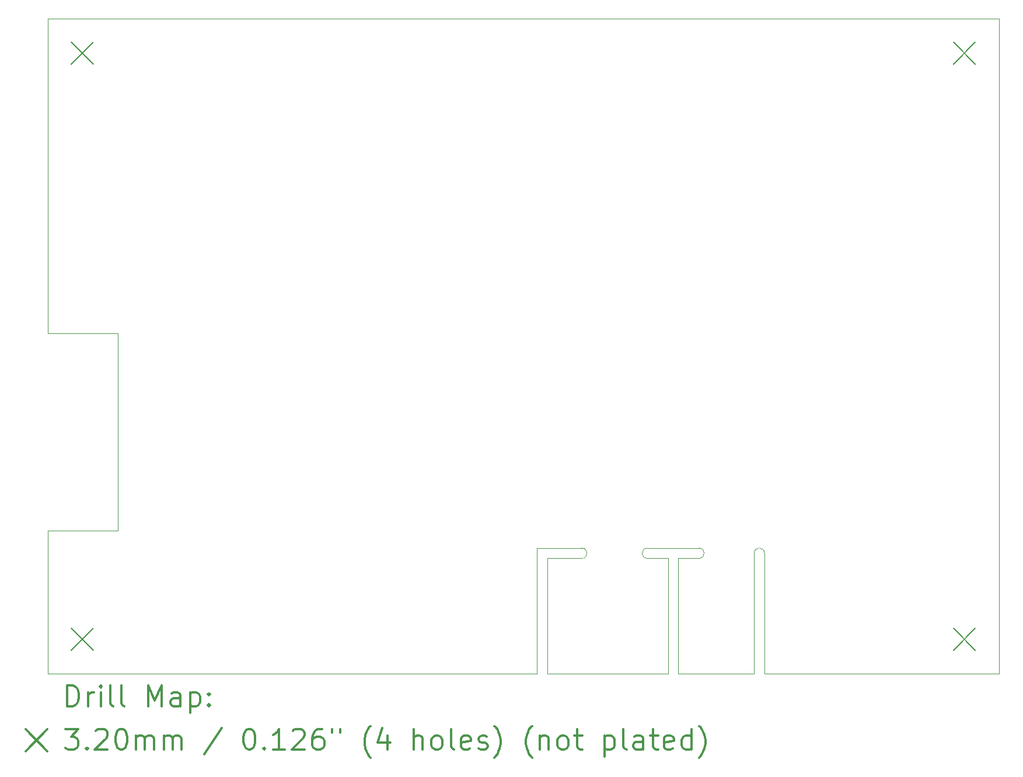
<source format=gbr>
%FSLAX45Y45*%
G04 Gerber Fmt 4.5, Leading zero omitted, Abs format (unit mm)*
G04 Created by KiCad (PCBNEW (5.1.9)-1) date 2021-04-19 10:19:10*
%MOMM*%
%LPD*%
G01*
G04 APERTURE LIST*
%TA.AperFunction,Profile*%
%ADD10C,0.050000*%
%TD*%
%ADD11C,0.200000*%
%ADD12C,0.300000*%
G04 APERTURE END LIST*
D10*
X5000000Y-10060000D02*
X5000000Y-5500000D01*
X6020000Y-10060000D02*
X5000000Y-10060000D01*
X6020000Y-12920000D02*
X6020000Y-10060000D01*
X5000000Y-12920000D02*
X6020000Y-12920000D01*
X18800000Y-5500000D02*
X5000000Y-5500000D01*
X18800000Y-15000000D02*
X18800000Y-5500000D01*
X18000000Y-15000000D02*
X18800000Y-15000000D01*
X15900000Y-15000000D02*
X18000000Y-15000000D01*
X15250000Y-13250000D02*
G75*
G02*
X15400000Y-13250000I75000J0D01*
G01*
X14450000Y-13175000D02*
G75*
G02*
X14450000Y-13325000I0J-75000D01*
G01*
X15400000Y-15000000D02*
X15900000Y-15000000D01*
X15400000Y-13250000D02*
X15400000Y-15000000D01*
X15250000Y-13325000D02*
X15250000Y-13250000D01*
X15250000Y-15000000D02*
X15250000Y-13325000D01*
X14475000Y-15000000D02*
X15250000Y-15000000D01*
X14450000Y-13175000D02*
X14125000Y-13175000D01*
X14150000Y-13325000D02*
X14450000Y-13325000D01*
X13700000Y-13325000D02*
G75*
G02*
X13700000Y-13175000I0J75000D01*
G01*
X14150000Y-15000000D02*
X14475000Y-15000000D01*
X14150000Y-13325000D02*
X14150000Y-15000000D01*
X14000000Y-13175000D02*
X14125000Y-13175000D01*
X13700000Y-13175000D02*
X14000000Y-13175000D01*
X14000000Y-13325000D02*
X13700000Y-13325000D01*
X14000000Y-15000000D02*
X14000000Y-13325000D01*
X12250000Y-15000000D02*
X14000000Y-15000000D01*
X12750000Y-13175000D02*
G75*
G02*
X12750000Y-13325000I0J-75000D01*
G01*
X12100000Y-13175000D02*
X12750000Y-13175000D01*
X12100000Y-13325000D02*
X12100000Y-13175000D01*
X12100000Y-15000000D02*
X12100000Y-13325000D01*
X12250000Y-13325000D02*
X12750000Y-13325000D01*
X12250000Y-15000000D02*
X12250000Y-13325000D01*
X5000000Y-15000000D02*
X12100000Y-15000000D01*
X5000000Y-15000000D02*
X5000000Y-12920000D01*
D11*
X5340000Y-5840000D02*
X5660000Y-6160000D01*
X5660000Y-5840000D02*
X5340000Y-6160000D01*
X5340000Y-14340000D02*
X5660000Y-14660000D01*
X5660000Y-14340000D02*
X5340000Y-14660000D01*
X18140000Y-5840000D02*
X18460000Y-6160000D01*
X18460000Y-5840000D02*
X18140000Y-6160000D01*
X18140000Y-14340000D02*
X18460000Y-14660000D01*
X18460000Y-14340000D02*
X18140000Y-14660000D01*
D12*
X5283928Y-15468214D02*
X5283928Y-15168214D01*
X5355357Y-15168214D01*
X5398214Y-15182500D01*
X5426786Y-15211071D01*
X5441071Y-15239643D01*
X5455357Y-15296786D01*
X5455357Y-15339643D01*
X5441071Y-15396786D01*
X5426786Y-15425357D01*
X5398214Y-15453929D01*
X5355357Y-15468214D01*
X5283928Y-15468214D01*
X5583928Y-15468214D02*
X5583928Y-15268214D01*
X5583928Y-15325357D02*
X5598214Y-15296786D01*
X5612500Y-15282500D01*
X5641071Y-15268214D01*
X5669643Y-15268214D01*
X5769643Y-15468214D02*
X5769643Y-15268214D01*
X5769643Y-15168214D02*
X5755357Y-15182500D01*
X5769643Y-15196786D01*
X5783928Y-15182500D01*
X5769643Y-15168214D01*
X5769643Y-15196786D01*
X5955357Y-15468214D02*
X5926786Y-15453929D01*
X5912500Y-15425357D01*
X5912500Y-15168214D01*
X6112500Y-15468214D02*
X6083928Y-15453929D01*
X6069643Y-15425357D01*
X6069643Y-15168214D01*
X6455357Y-15468214D02*
X6455357Y-15168214D01*
X6555357Y-15382500D01*
X6655357Y-15168214D01*
X6655357Y-15468214D01*
X6926786Y-15468214D02*
X6926786Y-15311071D01*
X6912500Y-15282500D01*
X6883928Y-15268214D01*
X6826786Y-15268214D01*
X6798214Y-15282500D01*
X6926786Y-15453929D02*
X6898214Y-15468214D01*
X6826786Y-15468214D01*
X6798214Y-15453929D01*
X6783928Y-15425357D01*
X6783928Y-15396786D01*
X6798214Y-15368214D01*
X6826786Y-15353929D01*
X6898214Y-15353929D01*
X6926786Y-15339643D01*
X7069643Y-15268214D02*
X7069643Y-15568214D01*
X7069643Y-15282500D02*
X7098214Y-15268214D01*
X7155357Y-15268214D01*
X7183928Y-15282500D01*
X7198214Y-15296786D01*
X7212500Y-15325357D01*
X7212500Y-15411071D01*
X7198214Y-15439643D01*
X7183928Y-15453929D01*
X7155357Y-15468214D01*
X7098214Y-15468214D01*
X7069643Y-15453929D01*
X7341071Y-15439643D02*
X7355357Y-15453929D01*
X7341071Y-15468214D01*
X7326786Y-15453929D01*
X7341071Y-15439643D01*
X7341071Y-15468214D01*
X7341071Y-15282500D02*
X7355357Y-15296786D01*
X7341071Y-15311071D01*
X7326786Y-15296786D01*
X7341071Y-15282500D01*
X7341071Y-15311071D01*
X4677500Y-15802500D02*
X4997500Y-16122500D01*
X4997500Y-15802500D02*
X4677500Y-16122500D01*
X5255357Y-15798214D02*
X5441071Y-15798214D01*
X5341071Y-15912500D01*
X5383928Y-15912500D01*
X5412500Y-15926786D01*
X5426786Y-15941071D01*
X5441071Y-15969643D01*
X5441071Y-16041071D01*
X5426786Y-16069643D01*
X5412500Y-16083929D01*
X5383928Y-16098214D01*
X5298214Y-16098214D01*
X5269643Y-16083929D01*
X5255357Y-16069643D01*
X5569643Y-16069643D02*
X5583928Y-16083929D01*
X5569643Y-16098214D01*
X5555357Y-16083929D01*
X5569643Y-16069643D01*
X5569643Y-16098214D01*
X5698214Y-15826786D02*
X5712500Y-15812500D01*
X5741071Y-15798214D01*
X5812500Y-15798214D01*
X5841071Y-15812500D01*
X5855357Y-15826786D01*
X5869643Y-15855357D01*
X5869643Y-15883929D01*
X5855357Y-15926786D01*
X5683928Y-16098214D01*
X5869643Y-16098214D01*
X6055357Y-15798214D02*
X6083928Y-15798214D01*
X6112500Y-15812500D01*
X6126786Y-15826786D01*
X6141071Y-15855357D01*
X6155357Y-15912500D01*
X6155357Y-15983929D01*
X6141071Y-16041071D01*
X6126786Y-16069643D01*
X6112500Y-16083929D01*
X6083928Y-16098214D01*
X6055357Y-16098214D01*
X6026786Y-16083929D01*
X6012500Y-16069643D01*
X5998214Y-16041071D01*
X5983928Y-15983929D01*
X5983928Y-15912500D01*
X5998214Y-15855357D01*
X6012500Y-15826786D01*
X6026786Y-15812500D01*
X6055357Y-15798214D01*
X6283928Y-16098214D02*
X6283928Y-15898214D01*
X6283928Y-15926786D02*
X6298214Y-15912500D01*
X6326786Y-15898214D01*
X6369643Y-15898214D01*
X6398214Y-15912500D01*
X6412500Y-15941071D01*
X6412500Y-16098214D01*
X6412500Y-15941071D02*
X6426786Y-15912500D01*
X6455357Y-15898214D01*
X6498214Y-15898214D01*
X6526786Y-15912500D01*
X6541071Y-15941071D01*
X6541071Y-16098214D01*
X6683928Y-16098214D02*
X6683928Y-15898214D01*
X6683928Y-15926786D02*
X6698214Y-15912500D01*
X6726786Y-15898214D01*
X6769643Y-15898214D01*
X6798214Y-15912500D01*
X6812500Y-15941071D01*
X6812500Y-16098214D01*
X6812500Y-15941071D02*
X6826786Y-15912500D01*
X6855357Y-15898214D01*
X6898214Y-15898214D01*
X6926786Y-15912500D01*
X6941071Y-15941071D01*
X6941071Y-16098214D01*
X7526786Y-15783929D02*
X7269643Y-16169643D01*
X7912500Y-15798214D02*
X7941071Y-15798214D01*
X7969643Y-15812500D01*
X7983928Y-15826786D01*
X7998214Y-15855357D01*
X8012500Y-15912500D01*
X8012500Y-15983929D01*
X7998214Y-16041071D01*
X7983928Y-16069643D01*
X7969643Y-16083929D01*
X7941071Y-16098214D01*
X7912500Y-16098214D01*
X7883928Y-16083929D01*
X7869643Y-16069643D01*
X7855357Y-16041071D01*
X7841071Y-15983929D01*
X7841071Y-15912500D01*
X7855357Y-15855357D01*
X7869643Y-15826786D01*
X7883928Y-15812500D01*
X7912500Y-15798214D01*
X8141071Y-16069643D02*
X8155357Y-16083929D01*
X8141071Y-16098214D01*
X8126786Y-16083929D01*
X8141071Y-16069643D01*
X8141071Y-16098214D01*
X8441071Y-16098214D02*
X8269643Y-16098214D01*
X8355357Y-16098214D02*
X8355357Y-15798214D01*
X8326786Y-15841071D01*
X8298214Y-15869643D01*
X8269643Y-15883929D01*
X8555357Y-15826786D02*
X8569643Y-15812500D01*
X8598214Y-15798214D01*
X8669643Y-15798214D01*
X8698214Y-15812500D01*
X8712500Y-15826786D01*
X8726786Y-15855357D01*
X8726786Y-15883929D01*
X8712500Y-15926786D01*
X8541071Y-16098214D01*
X8726786Y-16098214D01*
X8983928Y-15798214D02*
X8926786Y-15798214D01*
X8898214Y-15812500D01*
X8883928Y-15826786D01*
X8855357Y-15869643D01*
X8841071Y-15926786D01*
X8841071Y-16041071D01*
X8855357Y-16069643D01*
X8869643Y-16083929D01*
X8898214Y-16098214D01*
X8955357Y-16098214D01*
X8983928Y-16083929D01*
X8998214Y-16069643D01*
X9012500Y-16041071D01*
X9012500Y-15969643D01*
X8998214Y-15941071D01*
X8983928Y-15926786D01*
X8955357Y-15912500D01*
X8898214Y-15912500D01*
X8869643Y-15926786D01*
X8855357Y-15941071D01*
X8841071Y-15969643D01*
X9126786Y-15798214D02*
X9126786Y-15855357D01*
X9241071Y-15798214D02*
X9241071Y-15855357D01*
X9683928Y-16212500D02*
X9669643Y-16198214D01*
X9641071Y-16155357D01*
X9626786Y-16126786D01*
X9612500Y-16083929D01*
X9598214Y-16012500D01*
X9598214Y-15955357D01*
X9612500Y-15883929D01*
X9626786Y-15841071D01*
X9641071Y-15812500D01*
X9669643Y-15769643D01*
X9683928Y-15755357D01*
X9926786Y-15898214D02*
X9926786Y-16098214D01*
X9855357Y-15783929D02*
X9783928Y-15998214D01*
X9969643Y-15998214D01*
X10312500Y-16098214D02*
X10312500Y-15798214D01*
X10441071Y-16098214D02*
X10441071Y-15941071D01*
X10426786Y-15912500D01*
X10398214Y-15898214D01*
X10355357Y-15898214D01*
X10326786Y-15912500D01*
X10312500Y-15926786D01*
X10626786Y-16098214D02*
X10598214Y-16083929D01*
X10583928Y-16069643D01*
X10569643Y-16041071D01*
X10569643Y-15955357D01*
X10583928Y-15926786D01*
X10598214Y-15912500D01*
X10626786Y-15898214D01*
X10669643Y-15898214D01*
X10698214Y-15912500D01*
X10712500Y-15926786D01*
X10726786Y-15955357D01*
X10726786Y-16041071D01*
X10712500Y-16069643D01*
X10698214Y-16083929D01*
X10669643Y-16098214D01*
X10626786Y-16098214D01*
X10898214Y-16098214D02*
X10869643Y-16083929D01*
X10855357Y-16055357D01*
X10855357Y-15798214D01*
X11126786Y-16083929D02*
X11098214Y-16098214D01*
X11041071Y-16098214D01*
X11012500Y-16083929D01*
X10998214Y-16055357D01*
X10998214Y-15941071D01*
X11012500Y-15912500D01*
X11041071Y-15898214D01*
X11098214Y-15898214D01*
X11126786Y-15912500D01*
X11141071Y-15941071D01*
X11141071Y-15969643D01*
X10998214Y-15998214D01*
X11255357Y-16083929D02*
X11283928Y-16098214D01*
X11341071Y-16098214D01*
X11369643Y-16083929D01*
X11383928Y-16055357D01*
X11383928Y-16041071D01*
X11369643Y-16012500D01*
X11341071Y-15998214D01*
X11298214Y-15998214D01*
X11269643Y-15983929D01*
X11255357Y-15955357D01*
X11255357Y-15941071D01*
X11269643Y-15912500D01*
X11298214Y-15898214D01*
X11341071Y-15898214D01*
X11369643Y-15912500D01*
X11483928Y-16212500D02*
X11498214Y-16198214D01*
X11526786Y-16155357D01*
X11541071Y-16126786D01*
X11555357Y-16083929D01*
X11569643Y-16012500D01*
X11569643Y-15955357D01*
X11555357Y-15883929D01*
X11541071Y-15841071D01*
X11526786Y-15812500D01*
X11498214Y-15769643D01*
X11483928Y-15755357D01*
X12026786Y-16212500D02*
X12012500Y-16198214D01*
X11983928Y-16155357D01*
X11969643Y-16126786D01*
X11955357Y-16083929D01*
X11941071Y-16012500D01*
X11941071Y-15955357D01*
X11955357Y-15883929D01*
X11969643Y-15841071D01*
X11983928Y-15812500D01*
X12012500Y-15769643D01*
X12026786Y-15755357D01*
X12141071Y-15898214D02*
X12141071Y-16098214D01*
X12141071Y-15926786D02*
X12155357Y-15912500D01*
X12183928Y-15898214D01*
X12226786Y-15898214D01*
X12255357Y-15912500D01*
X12269643Y-15941071D01*
X12269643Y-16098214D01*
X12455357Y-16098214D02*
X12426786Y-16083929D01*
X12412500Y-16069643D01*
X12398214Y-16041071D01*
X12398214Y-15955357D01*
X12412500Y-15926786D01*
X12426786Y-15912500D01*
X12455357Y-15898214D01*
X12498214Y-15898214D01*
X12526786Y-15912500D01*
X12541071Y-15926786D01*
X12555357Y-15955357D01*
X12555357Y-16041071D01*
X12541071Y-16069643D01*
X12526786Y-16083929D01*
X12498214Y-16098214D01*
X12455357Y-16098214D01*
X12641071Y-15898214D02*
X12755357Y-15898214D01*
X12683928Y-15798214D02*
X12683928Y-16055357D01*
X12698214Y-16083929D01*
X12726786Y-16098214D01*
X12755357Y-16098214D01*
X13083928Y-15898214D02*
X13083928Y-16198214D01*
X13083928Y-15912500D02*
X13112500Y-15898214D01*
X13169643Y-15898214D01*
X13198214Y-15912500D01*
X13212500Y-15926786D01*
X13226786Y-15955357D01*
X13226786Y-16041071D01*
X13212500Y-16069643D01*
X13198214Y-16083929D01*
X13169643Y-16098214D01*
X13112500Y-16098214D01*
X13083928Y-16083929D01*
X13398214Y-16098214D02*
X13369643Y-16083929D01*
X13355357Y-16055357D01*
X13355357Y-15798214D01*
X13641071Y-16098214D02*
X13641071Y-15941071D01*
X13626786Y-15912500D01*
X13598214Y-15898214D01*
X13541071Y-15898214D01*
X13512500Y-15912500D01*
X13641071Y-16083929D02*
X13612500Y-16098214D01*
X13541071Y-16098214D01*
X13512500Y-16083929D01*
X13498214Y-16055357D01*
X13498214Y-16026786D01*
X13512500Y-15998214D01*
X13541071Y-15983929D01*
X13612500Y-15983929D01*
X13641071Y-15969643D01*
X13741071Y-15898214D02*
X13855357Y-15898214D01*
X13783928Y-15798214D02*
X13783928Y-16055357D01*
X13798214Y-16083929D01*
X13826786Y-16098214D01*
X13855357Y-16098214D01*
X14069643Y-16083929D02*
X14041071Y-16098214D01*
X13983928Y-16098214D01*
X13955357Y-16083929D01*
X13941071Y-16055357D01*
X13941071Y-15941071D01*
X13955357Y-15912500D01*
X13983928Y-15898214D01*
X14041071Y-15898214D01*
X14069643Y-15912500D01*
X14083928Y-15941071D01*
X14083928Y-15969643D01*
X13941071Y-15998214D01*
X14341071Y-16098214D02*
X14341071Y-15798214D01*
X14341071Y-16083929D02*
X14312500Y-16098214D01*
X14255357Y-16098214D01*
X14226786Y-16083929D01*
X14212500Y-16069643D01*
X14198214Y-16041071D01*
X14198214Y-15955357D01*
X14212500Y-15926786D01*
X14226786Y-15912500D01*
X14255357Y-15898214D01*
X14312500Y-15898214D01*
X14341071Y-15912500D01*
X14455357Y-16212500D02*
X14469643Y-16198214D01*
X14498214Y-16155357D01*
X14512500Y-16126786D01*
X14526786Y-16083929D01*
X14541071Y-16012500D01*
X14541071Y-15955357D01*
X14526786Y-15883929D01*
X14512500Y-15841071D01*
X14498214Y-15812500D01*
X14469643Y-15769643D01*
X14455357Y-15755357D01*
M02*

</source>
